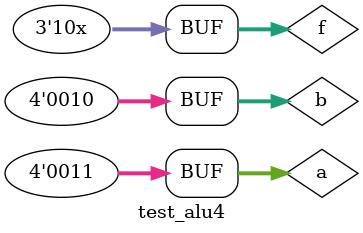
<source format=v>
`timescale 1ns / 1ps


module test_alu4;

	// Inputs
	reg [3:0] a;
	reg [3:0] b;
	reg [2:0] f;

	// Outputs
	wire [7:0] r;

	// Instantiate the Unit Under Test (UUT)
	alu_topp uut (
		.a(a), 
		.b(b), 
		.f(f), 
		.r(r)
	);

	initial begin
		// Initialize Inputs
		a = 3;
		b = 2;
		f = 0;

		#10; f[2]=0; f[1]=0; f[0]=0;
		#10; f[2]=0; f[1]=0; f[0]=1;
		#10; f[2]=0; f[1]=1; f[0]=0;
		#10; f[2]=0; f[1]=1; f[0]=1;
		#10; f[2]=1; f[1]=0; f[0]= 1'bx;
       

	end
      
endmodule


</source>
